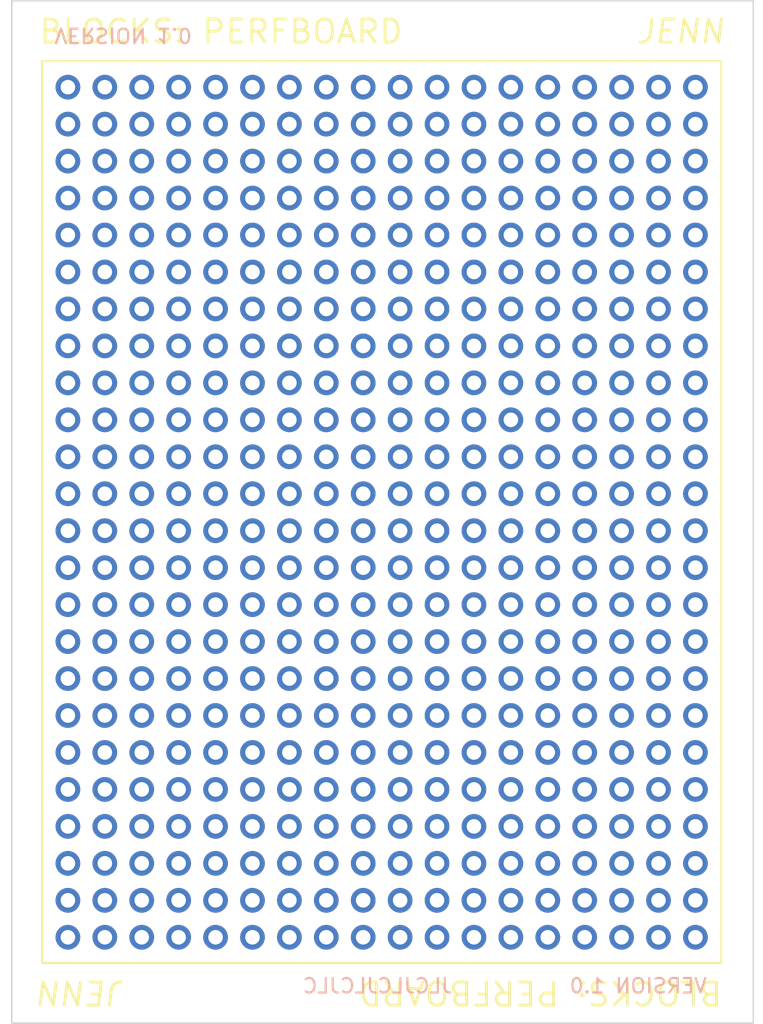
<source format=kicad_pcb>
(kicad_pcb (version 20211014) (generator pcbnew)
  (layers (0 "F.Cu" signal) (31 "B.Cu" signal) (34 "B.Paste" user) (35 "F.Paste" user) (36 "B.SilkS" user "B.Silkscreen") (37 "F.SilkS" user "F.Silkscreen") (38 "B.Mask" user) (39 "F.Mask" user) (44 "Edge.Cuts" user))
  (net 0 "")
  (footprint "A_Personal:Stripboard_1x24_P2.54mm_Vertical" (layer "F.Cu") (at 132.08 50.81)
    (fp_text reference "J15" hide)
    (fp_text value "Conn_01x24")
    (pad "1" thru_hole circle (at 0 0) (size 1.7 1.7) (drill 1) (layers *.Cu *.Mask))
    (pad "2" thru_hole oval (at 0 2.54) (size 1.7 1.7) (drill 1) (layers *.Cu *.Mask))
    (pad "3" thru_hole oval (at 0 5.08) (size 1.7 1.7) (drill 1) (layers *.Cu *.Mask))
    (pad "4" thru_hole oval (at 0 7.62) (size 1.7 1.7) (drill 1) (layers *.Cu *.Mask))
    (pad "5" thru_hole oval (at 0 10.16) (size 1.7 1.7) (drill 1) (layers *.Cu *.Mask))
    (pad "6" thru_hole oval (at 0 12.7) (size 1.7 1.7) (drill 1) (layers *.Cu *.Mask))
    (pad "7" thru_hole oval (at 0 15.24) (size 1.7 1.7) (drill 1) (layers *.Cu *.Mask))
    (pad "8" thru_hole oval (at 0 17.78) (size 1.7 1.7) (drill 1) (layers *.Cu *.Mask))
    (pad "9" thru_hole oval (at 0 20.32) (size 1.7 1.7) (drill 1) (layers *.Cu *.Mask))
    (pad "10" thru_hole oval (at 0 22.86) (size 1.7 1.7) (drill 1) (layers *.Cu *.Mask))
    (pad "11" thru_hole oval (at 0 25.4) (size 1.7 1.7) (drill 1) (layers *.Cu *.Mask))
    (pad "12" thru_hole oval (at 0 27.94) (size 1.7 1.7) (drill 1) (layers *.Cu *.Mask))
    (pad "13" thru_hole oval (at 0 30.48) (size 1.7 1.7) (drill 1) (layers *.Cu *.Mask))
    (pad "14" thru_hole oval (at 0 33.02) (size 1.7 1.7) (drill 1) (layers *.Cu *.Mask))
    (pad "15" thru_hole oval (at 0 35.56) (size 1.7 1.7) (drill 1) (layers *.Cu *.Mask))
    (pad "16" thru_hole oval (at 0 38.1) (size 1.7 1.7) (drill 1) (layers *.Cu *.Mask))
    (pad "17" thru_hole oval (at 0 40.64) (size 1.7 1.7) (drill 1) (layers *.Cu *.Mask))
    (pad "18" thru_hole oval (at 0 43.18) (size 1.7 1.7) (drill 1) (layers *.Cu *.Mask))
    (pad "19" thru_hole oval (at 0 45.72) (size 1.7 1.7) (drill 1) (layers *.Cu *.Mask))
    (pad "20" thru_hole oval (at 0 48.26) (size 1.7 1.7) (drill 1) (layers *.Cu *.Mask))
    (pad "21" thru_hole oval (at 0 50.8) (size 1.7 1.7) (drill 1) (layers *.Cu *.Mask))
    (pad "22" thru_hole oval (at 0 53.34) (size 1.7 1.7) (drill 1) (layers *.Cu *.Mask))
    (pad "23" thru_hole oval (at 0 55.88) (size 1.7 1.7) (drill 1) (layers *.Cu *.Mask))
    (pad "24" thru_hole oval (at 0 58.42) (size 1.7 1.7) (drill 1) (layers *.Cu *.Mask))
  )
  (footprint "A_Personal:Stripboard_1x24_P2.54mm_Vertical" (layer "F.Cu") (at 160.02 50.81)
    (fp_text reference "J4" hide)
    (fp_text value "Conn_01x24")
    (pad "1" thru_hole circle (at 0 0) (size 1.7 1.7) (drill 1) (layers *.Cu *.Mask))
    (pad "2" thru_hole oval (at 0 2.54) (size 1.7 1.7) (drill 1) (layers *.Cu *.Mask))
    (pad "3" thru_hole oval (at 0 5.08) (size 1.7 1.7) (drill 1) (layers *.Cu *.Mask))
    (pad "4" thru_hole oval (at 0 7.62) (size 1.7 1.7) (drill 1) (layers *.Cu *.Mask))
    (pad "5" thru_hole oval (at 0 10.16) (size 1.7 1.7) (drill 1) (layers *.Cu *.Mask))
    (pad "6" thru_hole oval (at 0 12.7) (size 1.7 1.7) (drill 1) (layers *.Cu *.Mask))
    (pad "7" thru_hole oval (at 0 15.24) (size 1.7 1.7) (drill 1) (layers *.Cu *.Mask))
    (pad "8" thru_hole oval (at 0 17.78) (size 1.7 1.7) (drill 1) (layers *.Cu *.Mask))
    (pad "9" thru_hole oval (at 0 20.32) (size 1.7 1.7) (drill 1) (layers *.Cu *.Mask))
    (pad "10" thru_hole oval (at 0 22.86) (size 1.7 1.7) (drill 1) (layers *.Cu *.Mask))
    (pad "11" thru_hole oval (at 0 25.4) (size 1.7 1.7) (drill 1) (layers *.Cu *.Mask))
    (pad "12" thru_hole oval (at 0 27.94) (size 1.7 1.7) (drill 1) (layers *.Cu *.Mask))
    (pad "13" thru_hole oval (at 0 30.48) (size 1.7 1.7) (drill 1) (layers *.Cu *.Mask))
    (pad "14" thru_hole oval (at 0 33.02) (size 1.7 1.7) (drill 1) (layers *.Cu *.Mask))
    (pad "15" thru_hole oval (at 0 35.56) (size 1.7 1.7) (drill 1) (layers *.Cu *.Mask))
    (pad "16" thru_hole oval (at 0 38.1) (size 1.7 1.7) (drill 1) (layers *.Cu *.Mask))
    (pad "17" thru_hole oval (at 0 40.64) (size 1.7 1.7) (drill 1) (layers *.Cu *.Mask))
    (pad "18" thru_hole oval (at 0 43.18) (size 1.7 1.7) (drill 1) (layers *.Cu *.Mask))
    (pad "19" thru_hole oval (at 0 45.72) (size 1.7 1.7) (drill 1) (layers *.Cu *.Mask))
    (pad "20" thru_hole oval (at 0 48.26) (size 1.7 1.7) (drill 1) (layers *.Cu *.Mask))
    (pad "21" thru_hole oval (at 0 50.8) (size 1.7 1.7) (drill 1) (layers *.Cu *.Mask))
    (pad "22" thru_hole oval (at 0 53.34) (size 1.7 1.7) (drill 1) (layers *.Cu *.Mask))
    (pad "23" thru_hole oval (at 0 55.88) (size 1.7 1.7) (drill 1) (layers *.Cu *.Mask))
    (pad "24" thru_hole oval (at 0 58.42) (size 1.7 1.7) (drill 1) (layers *.Cu *.Mask))
  )
  (footprint "A_Personal:Stripboard_1x24_P2.54mm_Vertical" (layer "F.Cu") (at 134.62 50.81)
    (fp_text reference "J14" hide)
    (fp_text value "Conn_01x24")
    (pad "1" thru_hole circle (at 0 0) (size 1.7 1.7) (drill 1) (layers *.Cu *.Mask))
    (pad "2" thru_hole oval (at 0 2.54) (size 1.7 1.7) (drill 1) (layers *.Cu *.Mask))
    (pad "3" thru_hole oval (at 0 5.08) (size 1.7 1.7) (drill 1) (layers *.Cu *.Mask))
    (pad "4" thru_hole oval (at 0 7.62) (size 1.7 1.7) (drill 1) (layers *.Cu *.Mask))
    (pad "5" thru_hole oval (at 0 10.16) (size 1.7 1.7) (drill 1) (layers *.Cu *.Mask))
    (pad "6" thru_hole oval (at 0 12.7) (size 1.7 1.7) (drill 1) (layers *.Cu *.Mask))
    (pad "7" thru_hole oval (at 0 15.24) (size 1.7 1.7) (drill 1) (layers *.Cu *.Mask))
    (pad "8" thru_hole oval (at 0 17.78) (size 1.7 1.7) (drill 1) (layers *.Cu *.Mask))
    (pad "9" thru_hole oval (at 0 20.32) (size 1.7 1.7) (drill 1) (layers *.Cu *.Mask))
    (pad "10" thru_hole oval (at 0 22.86) (size 1.7 1.7) (drill 1) (layers *.Cu *.Mask))
    (pad "11" thru_hole oval (at 0 25.4) (size 1.7 1.7) (drill 1) (layers *.Cu *.Mask))
    (pad "12" thru_hole oval (at 0 27.94) (size 1.7 1.7) (drill 1) (layers *.Cu *.Mask))
    (pad "13" thru_hole oval (at 0 30.48) (size 1.7 1.7) (drill 1) (layers *.Cu *.Mask))
    (pad "14" thru_hole oval (at 0 33.02) (size 1.7 1.7) (drill 1) (layers *.Cu *.Mask))
    (pad "15" thru_hole oval (at 0 35.56) (size 1.7 1.7) (drill 1) (layers *.Cu *.Mask))
    (pad "16" thru_hole oval (at 0 38.1) (size 1.7 1.7) (drill 1) (layers *.Cu *.Mask))
    (pad "17" thru_hole oval (at 0 40.64) (size 1.7 1.7) (drill 1) (layers *.Cu *.Mask))
    (pad "18" thru_hole oval (at 0 43.18) (size 1.7 1.7) (drill 1) (layers *.Cu *.Mask))
    (pad "19" thru_hole oval (at 0 45.72) (size 1.7 1.7) (drill 1) (layers *.Cu *.Mask))
    (pad "20" thru_hole oval (at 0 48.26) (size 1.7 1.7) (drill 1) (layers *.Cu *.Mask))
    (pad "21" thru_hole oval (at 0 50.8) (size 1.7 1.7) (drill 1) (layers *.Cu *.Mask))
    (pad "22" thru_hole oval (at 0 53.34) (size 1.7 1.7) (drill 1) (layers *.Cu *.Mask))
    (pad "23" thru_hole oval (at 0 55.88) (size 1.7 1.7) (drill 1) (layers *.Cu *.Mask))
    (pad "24" thru_hole oval (at 0 58.42) (size 1.7 1.7) (drill 1) (layers *.Cu *.Mask))
  )
  (footprint "A_Personal:Stripboard_1x24_P2.54mm_Vertical" (layer "F.Cu") (at 157.48 50.81)
    (fp_text reference "J5" hide)
    (fp_text value "Conn_01x24")
    (pad "1" thru_hole circle (at 0 0) (size 1.7 1.7) (drill 1) (layers *.Cu *.Mask))
    (pad "2" thru_hole oval (at 0 2.54) (size 1.7 1.7) (drill 1) (layers *.Cu *.Mask))
    (pad "3" thru_hole oval (at 0 5.08) (size 1.7 1.7) (drill 1) (layers *.Cu *.Mask))
    (pad "4" thru_hole oval (at 0 7.62) (size 1.7 1.7) (drill 1) (layers *.Cu *.Mask))
    (pad "5" thru_hole oval (at 0 10.16) (size 1.7 1.7) (drill 1) (layers *.Cu *.Mask))
    (pad "6" thru_hole oval (at 0 12.7) (size 1.7 1.7) (drill 1) (layers *.Cu *.Mask))
    (pad "7" thru_hole oval (at 0 15.24) (size 1.7 1.7) (drill 1) (layers *.Cu *.Mask))
    (pad "8" thru_hole oval (at 0 17.78) (size 1.7 1.7) (drill 1) (layers *.Cu *.Mask))
    (pad "9" thru_hole oval (at 0 20.32) (size 1.7 1.7) (drill 1) (layers *.Cu *.Mask))
    (pad "10" thru_hole oval (at 0 22.86) (size 1.7 1.7) (drill 1) (layers *.Cu *.Mask))
    (pad "11" thru_hole oval (at 0 25.4) (size 1.7 1.7) (drill 1) (layers *.Cu *.Mask))
    (pad "12" thru_hole oval (at 0 27.94) (size 1.7 1.7) (drill 1) (layers *.Cu *.Mask))
    (pad "13" thru_hole oval (at 0 30.48) (size 1.7 1.7) (drill 1) (layers *.Cu *.Mask))
    (pad "14" thru_hole oval (at 0 33.02) (size 1.7 1.7) (drill 1) (layers *.Cu *.Mask))
    (pad "15" thru_hole oval (at 0 35.56) (size 1.7 1.7) (drill 1) (layers *.Cu *.Mask))
    (pad "16" thru_hole oval (at 0 38.1) (size 1.7 1.7) (drill 1) (layers *.Cu *.Mask))
    (pad "17" thru_hole oval (at 0 40.64) (size 1.7 1.7) (drill 1) (layers *.Cu *.Mask))
    (pad "18" thru_hole oval (at 0 43.18) (size 1.7 1.7) (drill 1) (layers *.Cu *.Mask))
    (pad "19" thru_hole oval (at 0 45.72) (size 1.7 1.7) (drill 1) (layers *.Cu *.Mask))
    (pad "20" thru_hole oval (at 0 48.26) (size 1.7 1.7) (drill 1) (layers *.Cu *.Mask))
    (pad "21" thru_hole oval (at 0 50.8) (size 1.7 1.7) (drill 1) (layers *.Cu *.Mask))
    (pad "22" thru_hole oval (at 0 53.34) (size 1.7 1.7) (drill 1) (layers *.Cu *.Mask))
    (pad "23" thru_hole oval (at 0 55.88) (size 1.7 1.7) (drill 1) (layers *.Cu *.Mask))
    (pad "24" thru_hole oval (at 0 58.42) (size 1.7 1.7) (drill 1) (layers *.Cu *.Mask))
  )
  (footprint "A_Personal:Stripboard_1x24_P2.54mm_Vertical" (layer "F.Cu") (at 124.46 50.81)
    (fp_text reference "J18" hide)
    (fp_text value "Conn_01x24")
    (pad "1" thru_hole circle (at 0 0) (size 1.7 1.7) (drill 1) (layers *.Cu *.Mask))
    (pad "2" thru_hole oval (at 0 2.54) (size 1.7 1.7) (drill 1) (layers *.Cu *.Mask))
    (pad "3" thru_hole oval (at 0 5.08) (size 1.7 1.7) (drill 1) (layers *.Cu *.Mask))
    (pad "4" thru_hole oval (at 0 7.62) (size 1.7 1.7) (drill 1) (layers *.Cu *.Mask))
    (pad "5" thru_hole oval (at 0 10.16) (size 1.7 1.7) (drill 1) (layers *.Cu *.Mask))
    (pad "6" thru_hole oval (at 0 12.7) (size 1.7 1.7) (drill 1) (layers *.Cu *.Mask))
    (pad "7" thru_hole oval (at 0 15.24) (size 1.7 1.7) (drill 1) (layers *.Cu *.Mask))
    (pad "8" thru_hole oval (at 0 17.78) (size 1.7 1.7) (drill 1) (layers *.Cu *.Mask))
    (pad "9" thru_hole oval (at 0 20.32) (size 1.7 1.7) (drill 1) (layers *.Cu *.Mask))
    (pad "10" thru_hole oval (at 0 22.86) (size 1.7 1.7) (drill 1) (layers *.Cu *.Mask))
    (pad "11" thru_hole oval (at 0 25.4) (size 1.7 1.7) (drill 1) (layers *.Cu *.Mask))
    (pad "12" thru_hole oval (at 0 27.94) (size 1.7 1.7) (drill 1) (layers *.Cu *.Mask))
    (pad "13" thru_hole oval (at 0 30.48) (size 1.7 1.7) (drill 1) (layers *.Cu *.Mask))
    (pad "14" thru_hole oval (at 0 33.02) (size 1.7 1.7) (drill 1) (layers *.Cu *.Mask))
    (pad "15" thru_hole oval (at 0 35.56) (size 1.7 1.7) (drill 1) (layers *.Cu *.Mask))
    (pad "16" thru_hole oval (at 0 38.1) (size 1.7 1.7) (drill 1) (layers *.Cu *.Mask))
    (pad "17" thru_hole oval (at 0 40.64) (size 1.7 1.7) (drill 1) (layers *.Cu *.Mask))
    (pad "18" thru_hole oval (at 0 43.18) (size 1.7 1.7) (drill 1) (layers *.Cu *.Mask))
    (pad "19" thru_hole oval (at 0 45.72) (size 1.7 1.7) (drill 1) (layers *.Cu *.Mask))
    (pad "20" thru_hole oval (at 0 48.26) (size 1.7 1.7) (drill 1) (layers *.Cu *.Mask))
    (pad "21" thru_hole oval (at 0 50.8) (size 1.7 1.7) (drill 1) (layers *.Cu *.Mask))
    (pad "22" thru_hole oval (at 0 53.34) (size 1.7 1.7) (drill 1) (layers *.Cu *.Mask))
    (pad "23" thru_hole oval (at 0 55.88) (size 1.7 1.7) (drill 1) (layers *.Cu *.Mask))
    (pad "24" thru_hole oval (at 0 58.42) (size 1.7 1.7) (drill 1) (layers *.Cu *.Mask))
  )
  (footprint "A_Personal:Stripboard_1x24_P2.54mm_Vertical" (layer "F.Cu") (at 149.86 50.81)
    (fp_text reference "J8" hide)
    (fp_text value "Conn_01x24")
    (pad "1" thru_hole circle (at 0 0) (size 1.7 1.7) (drill 1) (layers *.Cu *.Mask))
    (pad "2" thru_hole oval (at 0 2.54) (size 1.7 1.7) (drill 1) (layers *.Cu *.Mask))
    (pad "3" thru_hole oval (at 0 5.08) (size 1.7 1.7) (drill 1) (layers *.Cu *.Mask))
    (pad "4" thru_hole oval (at 0 7.62) (size 1.7 1.7) (drill 1) (layers *.Cu *.Mask))
    (pad "5" thru_hole oval (at 0 10.16) (size 1.7 1.7) (drill 1) (layers *.Cu *.Mask))
    (pad "6" thru_hole oval (at 0 12.7) (size 1.7 1.7) (drill 1) (layers *.Cu *.Mask))
    (pad "7" thru_hole oval (at 0 15.24) (size 1.7 1.7) (drill 1) (layers *.Cu *.Mask))
    (pad "8" thru_hole oval (at 0 17.78) (size 1.7 1.7) (drill 1) (layers *.Cu *.Mask))
    (pad "9" thru_hole oval (at 0 20.32) (size 1.7 1.7) (drill 1) (layers *.Cu *.Mask))
    (pad "10" thru_hole oval (at 0 22.86) (size 1.7 1.7) (drill 1) (layers *.Cu *.Mask))
    (pad "11" thru_hole oval (at 0 25.4) (size 1.7 1.7) (drill 1) (layers *.Cu *.Mask))
    (pad "12" thru_hole oval (at 0 27.94) (size 1.7 1.7) (drill 1) (layers *.Cu *.Mask))
    (pad "13" thru_hole oval (at 0 30.48) (size 1.7 1.7) (drill 1) (layers *.Cu *.Mask))
    (pad "14" thru_hole oval (at 0 33.02) (size 1.7 1.7) (drill 1) (layers *.Cu *.Mask))
    (pad "15" thru_hole oval (at 0 35.56) (size 1.7 1.7) (drill 1) (layers *.Cu *.Mask))
    (pad "16" thru_hole oval (at 0 38.1) (size 1.7 1.7) (drill 1) (layers *.Cu *.Mask))
    (pad "17" thru_hole oval (at 0 40.64) (size 1.7 1.7) (drill 1) (layers *.Cu *.Mask))
    (pad "18" thru_hole oval (at 0 43.18) (size 1.7 1.7) (drill 1) (layers *.Cu *.Mask))
    (pad "19" thru_hole oval (at 0 45.72) (size 1.7 1.7) (drill 1) (layers *.Cu *.Mask))
    (pad "20" thru_hole oval (at 0 48.26) (size 1.7 1.7) (drill 1) (layers *.Cu *.Mask))
    (pad "21" thru_hole oval (at 0 50.8) (size 1.7 1.7) (drill 1) (layers *.Cu *.Mask))
    (pad "22" thru_hole oval (at 0 53.34) (size 1.7 1.7) (drill 1) (layers *.Cu *.Mask))
    (pad "23" thru_hole oval (at 0 55.88) (size 1.7 1.7) (drill 1) (layers *.Cu *.Mask))
    (pad "24" thru_hole oval (at 0 58.42) (size 1.7 1.7) (drill 1) (layers *.Cu *.Mask))
  )
  (footprint "A_Personal:Stripboard_1x24_P2.54mm_Vertical" (layer "F.Cu") (at 129.54 50.81)
    (fp_text reference "J16" hide)
    (fp_text value "Conn_01x24")
    (pad "1" thru_hole circle (at 0 0) (size 1.7 1.7) (drill 1) (layers *.Cu *.Mask))
    (pad "2" thru_hole oval (at 0 2.54) (size 1.7 1.7) (drill 1) (layers *.Cu *.Mask))
    (pad "3" thru_hole oval (at 0 5.08) (size 1.7 1.7) (drill 1) (layers *.Cu *.Mask))
    (pad "4" thru_hole oval (at 0 7.62) (size 1.7 1.7) (drill 1) (layers *.Cu *.Mask))
    (pad "5" thru_hole oval (at 0 10.16) (size 1.7 1.7) (drill 1) (layers *.Cu *.Mask))
    (pad "6" thru_hole oval (at 0 12.7) (size 1.7 1.7) (drill 1) (layers *.Cu *.Mask))
    (pad "7" thru_hole oval (at 0 15.24) (size 1.7 1.7) (drill 1) (layers *.Cu *.Mask))
    (pad "8" thru_hole oval (at 0 17.78) (size 1.7 1.7) (drill 1) (layers *.Cu *.Mask))
    (pad "9" thru_hole oval (at 0 20.32) (size 1.7 1.7) (drill 1) (layers *.Cu *.Mask))
    (pad "10" thru_hole oval (at 0 22.86) (size 1.7 1.7) (drill 1) (layers *.Cu *.Mask))
    (pad "11" thru_hole oval (at 0 25.4) (size 1.7 1.7) (drill 1) (layers *.Cu *.Mask))
    (pad "12" thru_hole oval (at 0 27.94) (size 1.7 1.7) (drill 1) (layers *.Cu *.Mask))
    (pad "13" thru_hole oval (at 0 30.48) (size 1.7 1.7) (drill 1) (layers *.Cu *.Mask))
    (pad "14" thru_hole oval (at 0 33.02) (size 1.7 1.7) (drill 1) (layers *.Cu *.Mask))
    (pad "15" thru_hole oval (at 0 35.56) (size 1.7 1.7) (drill 1) (layers *.Cu *.Mask))
    (pad "16" thru_hole oval (at 0 38.1) (size 1.7 1.7) (drill 1) (layers *.Cu *.Mask))
    (pad "17" thru_hole oval (at 0 40.64) (size 1.7 1.7) (drill 1) (layers *.Cu *.Mask))
    (pad "18" thru_hole oval (at 0 43.18) (size 1.7 1.7) (drill 1) (layers *.Cu *.Mask))
    (pad "19" thru_hole oval (at 0 45.72) (size 1.7 1.7) (drill 1) (layers *.Cu *.Mask))
    (pad "20" thru_hole oval (at 0 48.26) (size 1.7 1.7) (drill 1) (layers *.Cu *.Mask))
    (pad "21" thru_hole oval (at 0 50.8) (size 1.7 1.7) (drill 1) (layers *.Cu *.Mask))
    (pad "22" thru_hole oval (at 0 53.34) (size 1.7 1.7) (drill 1) (layers *.Cu *.Mask))
    (pad "23" thru_hole oval (at 0 55.88) (size 1.7 1.7) (drill 1) (layers *.Cu *.Mask))
    (pad "24" thru_hole oval (at 0 58.42) (size 1.7 1.7) (drill 1) (layers *.Cu *.Mask))
  )
  (footprint "A_Personal:Stripboard_1x24_P2.54mm_Vertical" (layer "F.Cu") (at 162.56 50.81)
    (fp_text reference "J3" hide)
    (fp_text value "Conn_01x24")
    (pad "1" thru_hole circle (at 0 0) (size 1.7 1.7) (drill 1) (layers *.Cu *.Mask))
    (pad "2" thru_hole oval (at 0 2.54) (size 1.7 1.7) (drill 1) (layers *.Cu *.Mask))
    (pad "3" thru_hole oval (at 0 5.08) (size 1.7 1.7) (drill 1) (layers *.Cu *.Mask))
    (pad "4" thru_hole oval (at 0 7.62) (size 1.7 1.7) (drill 1) (layers *.Cu *.Mask))
    (pad "5" thru_hole oval (at 0 10.16) (size 1.7 1.7) (drill 1) (layers *.Cu *.Mask))
    (pad "6" thru_hole oval (at 0 12.7) (size 1.7 1.7) (drill 1) (layers *.Cu *.Mask))
    (pad "7" thru_hole oval (at 0 15.24) (size 1.7 1.7) (drill 1) (layers *.Cu *.Mask))
    (pad "8" thru_hole oval (at 0 17.78) (size 1.7 1.7) (drill 1) (layers *.Cu *.Mask))
    (pad "9" thru_hole oval (at 0 20.32) (size 1.7 1.7) (drill 1) (layers *.Cu *.Mask))
    (pad "10" thru_hole oval (at 0 22.86) (size 1.7 1.7) (drill 1) (layers *.Cu *.Mask))
    (pad "11" thru_hole oval (at 0 25.4) (size 1.7 1.7) (drill 1) (layers *.Cu *.Mask))
    (pad "12" thru_hole oval (at 0 27.94) (size 1.7 1.7) (drill 1) (layers *.Cu *.Mask))
    (pad "13" thru_hole oval (at 0 30.48) (size 1.7 1.7) (drill 1) (layers *.Cu *.Mask))
    (pad "14" thru_hole oval (at 0 33.02) (size 1.7 1.7) (drill 1) (layers *.Cu *.Mask))
    (pad "15" thru_hole oval (at 0 35.56) (size 1.7 1.7) (drill 1) (layers *.Cu *.Mask))
    (pad "16" thru_hole oval (at 0 38.1) (size 1.7 1.7) (drill 1) (layers *.Cu *.Mask))
    (pad "17" thru_hole oval (at 0 40.64) (size 1.7 1.7) (drill 1) (layers *.Cu *.Mask))
    (pad "18" thru_hole oval (at 0 43.18) (size 1.7 1.7) (drill 1) (layers *.Cu *.Mask))
    (pad "19" thru_hole oval (at 0 45.72) (size 1.7 1.7) (drill 1) (layers *.Cu *.Mask))
    (pad "20" thru_hole oval (at 0 48.26) (size 1.7 1.7) (drill 1) (layers *.Cu *.Mask))
    (pad "21" thru_hole oval (at 0 50.8) (size 1.7 1.7) (drill 1) (layers *.Cu *.Mask))
    (pad "22" thru_hole oval (at 0 53.34) (size 1.7 1.7) (drill 1) (layers *.Cu *.Mask))
    (pad "23" thru_hole oval (at 0 55.88) (size 1.7 1.7) (drill 1) (layers *.Cu *.Mask))
    (pad "24" thru_hole oval (at 0 58.42) (size 1.7 1.7) (drill 1) (layers *.Cu *.Mask))
  )
  (footprint "A_Personal:Stripboard_1x24_P2.54mm_Vertical" (layer "F.Cu") (at 152.4 50.81)
    (fp_text reference "J7" hide)
    (fp_text value "Conn_01x24")
    (pad "1" thru_hole circle (at 0 0) (size 1.7 1.7) (drill 1) (layers *.Cu *.Mask))
    (pad "2" thru_hole oval (at 0 2.54) (size 1.7 1.7) (drill 1) (layers *.Cu *.Mask))
    (pad "3" thru_hole oval (at 0 5.08) (size 1.7 1.7) (drill 1) (layers *.Cu *.Mask))
    (pad "4" thru_hole oval (at 0 7.62) (size 1.7 1.7) (drill 1) (layers *.Cu *.Mask))
    (pad "5" thru_hole oval (at 0 10.16) (size 1.7 1.7) (drill 1) (layers *.Cu *.Mask))
    (pad "6" thru_hole oval (at 0 12.7) (size 1.7 1.7) (drill 1) (layers *.Cu *.Mask))
    (pad "7" thru_hole oval (at 0 15.24) (size 1.7 1.7) (drill 1) (layers *.Cu *.Mask))
    (pad "8" thru_hole oval (at 0 17.78) (size 1.7 1.7) (drill 1) (layers *.Cu *.Mask))
    (pad "9" thru_hole oval (at 0 20.32) (size 1.7 1.7) (drill 1) (layers *.Cu *.Mask))
    (pad "10" thru_hole oval (at 0 22.86) (size 1.7 1.7) (drill 1) (layers *.Cu *.Mask))
    (pad "11" thru_hole oval (at 0 25.4) (size 1.7 1.7) (drill 1) (layers *.Cu *.Mask))
    (pad "12" thru_hole oval (at 0 27.94) (size 1.7 1.7) (drill 1) (layers *.Cu *.Mask))
    (pad "13" thru_hole oval (at 0 30.48) (size 1.7 1.7) (drill 1) (layers *.Cu *.Mask))
    (pad "14" thru_hole oval (at 0 33.02) (size 1.7 1.7) (drill 1) (layers *.Cu *.Mask))
    (pad "15" thru_hole oval (at 0 35.56) (size 1.7 1.7) (drill 1) (layers *.Cu *.Mask))
    (pad "16" thru_hole oval (at 0 38.1) (size 1.7 1.7) (drill 1) (layers *.Cu *.Mask))
    (pad "17" thru_hole oval (at 0 40.64) (size 1.7 1.7) (drill 1) (layers *.Cu *.Mask))
    (pad "18" thru_hole oval (at 0 43.18) (size 1.7 1.7) (drill 1) (layers *.Cu *.Mask))
    (pad "19" thru_hole oval (at 0 45.72) (size 1.7 1.7) (drill 1) (layers *.Cu *.Mask))
    (pad "20" thru_hole oval (at 0 48.26) (size 1.7 1.7) (drill 1) (layers *.Cu *.Mask))
    (pad "21" thru_hole oval (at 0 50.8) (size 1.7 1.7) (drill 1) (layers *.Cu *.Mask))
    (pad "22" thru_hole oval (at 0 53.34) (size 1.7 1.7) (drill 1) (layers *.Cu *.Mask))
    (pad "23" thru_hole oval (at 0 55.88) (size 1.7 1.7) (drill 1) (layers *.Cu *.Mask))
    (pad "24" thru_hole oval (at 0 58.42) (size 1.7 1.7) (drill 1) (layers *.Cu *.Mask))
  )
  (footprint "A_Personal:Stripboard_1x24_P2.54mm_Vertical" (layer "F.Cu") (at 165.1 50.81)
    (fp_text reference "J2" hide)
    (fp_text value "Conn_01x24")
    (pad "1" thru_hole circle (at 0 0) (size 1.7 1.7) (drill 1) (layers *.Cu *.Mask))
    (pad "2" thru_hole oval (at 0 2.54) (size 1.7 1.7) (drill 1) (layers *.Cu *.Mask))
    (pad "3" thru_hole oval (at 0 5.08) (size 1.7 1.7) (drill 1) (layers *.Cu *.Mask))
    (pad "4" thru_hole oval (at 0 7.62) (size 1.7 1.7) (drill 1) (layers *.Cu *.Mask))
    (pad "5" thru_hole oval (at 0 10.16) (size 1.7 1.7) (drill 1) (layers *.Cu *.Mask))
    (pad "6" thru_hole oval (at 0 12.7) (size 1.7 1.7) (drill 1) (layers *.Cu *.Mask))
    (pad "7" thru_hole oval (at 0 15.24) (size 1.7 1.7) (drill 1) (layers *.Cu *.Mask))
    (pad "8" thru_hole oval (at 0 17.78) (size 1.7 1.7) (drill 1) (layers *.Cu *.Mask))
    (pad "9" thru_hole oval (at 0 20.32) (size 1.7 1.7) (drill 1) (layers *.Cu *.Mask))
    (pad "10" thru_hole oval (at 0 22.86) (size 1.7 1.7) (drill 1) (layers *.Cu *.Mask))
    (pad "11" thru_hole oval (at 0 25.4) (size 1.7 1.7) (drill 1) (layers *.Cu *.Mask))
    (pad "12" thru_hole oval (at 0 27.94) (size 1.7 1.7) (drill 1) (layers *.Cu *.Mask))
    (pad "13" thru_hole oval (at 0 30.48) (size 1.7 1.7) (drill 1) (layers *.Cu *.Mask))
    (pad "14" thru_hole oval (at 0 33.02) (size 1.7 1.7) (drill 1) (layers *.Cu *.Mask))
    (pad "15" thru_hole oval (at 0 35.56) (size 1.7 1.7) (drill 1) (layers *.Cu *.Mask))
    (pad "16" thru_hole oval (at 0 38.1) (size 1.7 1.7) (drill 1) (layers *.Cu *.Mask))
    (pad "17" thru_hole oval (at 0 40.64) (size 1.7 1.7) (drill 1) (layers *.Cu *.Mask))
    (pad "18" thru_hole oval (at 0 43.18) (size 1.7 1.7) (drill 1) (layers *.Cu *.Mask))
    (pad "19" thru_hole oval (at 0 45.72) (size 1.7 1.7) (drill 1) (layers *.Cu *.Mask))
    (pad "20" thru_hole oval (at 0 48.26) (size 1.7 1.7) (drill 1) (layers *.Cu *.Mask))
    (pad "21" thru_hole oval (at 0 50.8) (size 1.7 1.7) (drill 1) (layers *.Cu *.Mask))
    (pad "22" thru_hole oval (at 0 53.34) (size 1.7 1.7) (drill 1) (layers *.Cu *.Mask))
    (pad "23" thru_hole oval (at 0 55.88) (size 1.7 1.7) (drill 1) (layers *.Cu *.Mask))
    (pad "24" thru_hole oval (at 0 58.42) (size 1.7 1.7) (drill 1) (layers *.Cu *.Mask))
  )
  (footprint "A_Personal:Stripboard_1x24_P2.54mm_Vertical" (layer "F.Cu") (at 127 50.81)
    (fp_text reference "J17" hide)
    (fp_text value "Conn_01x24")
    (pad "1" thru_hole circle (at 0 0) (size 1.7 1.7) (drill 1) (layers *.Cu *.Mask))
    (pad "2" thru_hole oval (at 0 2.54) (size 1.7 1.7) (drill 1) (layers *.Cu *.Mask))
    (pad "3" thru_hole oval (at 0 5.08) (size 1.7 1.7) (drill 1) (layers *.Cu *.Mask))
    (pad "4" thru_hole oval (at 0 7.62) (size 1.7 1.7) (drill 1) (layers *.Cu *.Mask))
    (pad "5" thru_hole oval (at 0 10.16) (size 1.7 1.7) (drill 1) (layers *.Cu *.Mask))
    (pad "6" thru_hole oval (at 0 12.7) (size 1.7 1.7) (drill 1) (layers *.Cu *.Mask))
    (pad "7" thru_hole oval (at 0 15.24) (size 1.7 1.7) (drill 1) (layers *.Cu *.Mask))
    (pad "8" thru_hole oval (at 0 17.78) (size 1.7 1.7) (drill 1) (layers *.Cu *.Mask))
    (pad "9" thru_hole oval (at 0 20.32) (size 1.7 1.7) (drill 1) (layers *.Cu *.Mask))
    (pad "10" thru_hole oval (at 0 22.86) (size 1.7 1.7) (drill 1) (layers *.Cu *.Mask))
    (pad "11" thru_hole oval (at 0 25.4) (size 1.7 1.7) (drill 1) (layers *.Cu *.Mask))
    (pad "12" thru_hole oval (at 0 27.94) (size 1.7 1.7) (drill 1) (layers *.Cu *.Mask))
    (pad "13" thru_hole oval (at 0 30.48) (size 1.7 1.7) (drill 1) (layers *.Cu *.Mask))
    (pad "14" thru_hole oval (at 0 33.02) (size 1.7 1.7) (drill 1) (layers *.Cu *.Mask))
    (pad "15" thru_hole oval (at 0 35.56) (size 1.7 1.7) (drill 1) (layers *.Cu *.Mask))
    (pad "16" thru_hole oval (at 0 38.1) (size 1.7 1.7) (drill 1) (layers *.Cu *.Mask))
    (pad "17" thru_hole oval (at 0 40.64) (size 1.7 1.7) (drill 1) (layers *.Cu *.Mask))
    (pad "18" thru_hole oval (at 0 43.18) (size 1.7 1.7) (drill 1) (layers *.Cu *.Mask))
    (pad "19" thru_hole oval (at 0 45.72) (size 1.7 1.7) (drill 1) (layers *.Cu *.Mask))
    (pad "20" thru_hole oval (at 0 48.26) (size 1.7 1.7) (drill 1) (layers *.Cu *.Mask))
    (pad "21" thru_hole oval (at 0 50.8) (size 1.7 1.7) (drill 1) (layers *.Cu *.Mask))
    (pad "22" thru_hole oval (at 0 53.34) (size 1.7 1.7) (drill 1) (layers *.Cu *.Mask))
    (pad "23" thru_hole oval (at 0 55.88) (size 1.7 1.7) (drill 1) (layers *.Cu *.Mask))
    (pad "24" thru_hole oval (at 0 58.42) (size 1.7 1.7) (drill 1) (layers *.Cu *.Mask))
  )
  (footprint "A_Personal:Stripboard_1x24_P2.54mm_Vertical" (layer "F.Cu") (at 147.32 50.81)
    (fp_text reference "J9" hide)
    (fp_text value "Conn_01x24")
    (pad "1" thru_hole circle (at 0 0) (size 1.7 1.7) (drill 1) (layers *.Cu *.Mask))
    (pad "2" thru_hole oval (at 0 2.54) (size 1.7 1.7) (drill 1) (layers *.Cu *.Mask))
    (pad "3" thru_hole oval (at 0 5.08) (size 1.7 1.7) (drill 1) (layers *.Cu *.Mask))
    (pad "4" thru_hole oval (at 0 7.62) (size 1.7 1.7) (drill 1) (layers *.Cu *.Mask))
    (pad "5" thru_hole oval (at 0 10.16) (size 1.7 1.7) (drill 1) (layers *.Cu *.Mask))
    (pad "6" thru_hole oval (at 0 12.7) (size 1.7 1.7) (drill 1) (layers *.Cu *.Mask))
    (pad "7" thru_hole oval (at 0 15.24) (size 1.7 1.7) (drill 1) (layers *.Cu *.Mask))
    (pad "8" thru_hole oval (at 0 17.78) (size 1.7 1.7) (drill 1) (layers *.Cu *.Mask))
    (pad "9" thru_hole oval (at 0 20.32) (size 1.7 1.7) (drill 1) (layers *.Cu *.Mask))
    (pad "10" thru_hole oval (at 0 22.86) (size 1.7 1.7) (drill 1) (layers *.Cu *.Mask))
    (pad "11" thru_hole oval (at 0 25.4) (size 1.7 1.7) (drill 1) (layers *.Cu *.Mask))
    (pad "12" thru_hole oval (at 0 27.94) (size 1.7 1.7) (drill 1) (layers *.Cu *.Mask))
    (pad "13" thru_hole oval (at 0 30.48) (size 1.7 1.7) (drill 1) (layers *.Cu *.Mask))
    (pad "14" thru_hole oval (at 0 33.02) (size 1.7 1.7) (drill 1) (layers *.Cu *.Mask))
    (pad "15" thru_hole oval (at 0 35.56) (size 1.7 1.7) (drill 1) (layers *.Cu *.Mask))
    (pad "16" thru_hole oval (at 0 38.1) (size 1.7 1.7) (drill 1) (layers *.Cu *.Mask))
    (pad "17" thru_hole oval (at 0 40.64) (size 1.7 1.7) (drill 1) (layers *.Cu *.Mask))
    (pad "18" thru_hole oval (at 0 43.18) (size 1.7 1.7) (drill 1) (layers *.Cu *.Mask))
    (pad "19" thru_hole oval (at 0 45.72) (size 1.7 1.7) (drill 1) (layers *.Cu *.Mask))
    (pad "20" thru_hole oval (at 0 48.26) (size 1.7 1.7) (drill 1) (layers *.Cu *.Mask))
    (pad "21" thru_hole oval (at 0 50.8) (size 1.7 1.7) (drill 1) (layers *.Cu *.Mask))
    (pad "22" thru_hole oval (at 0 53.34) (size 1.7 1.7) (drill 1) (layers *.Cu *.Mask))
    (pad "23" thru_hole oval (at 0 55.88) (size 1.7 1.7) (drill 1) (layers *.Cu *.Mask))
    (pad "24" thru_hole oval (at 0 58.42) (size 1.7 1.7) (drill 1) (layers *.Cu *.Mask))
  )
  (footprint "A_Personal:Stripboard_1x24_P2.54mm_Vertical" (layer "F.Cu") (at 144.78 50.81)
    (fp_text reference "J10" hide)
    (fp_text value "Conn_01x24")
    (pad "1" thru_hole circle (at 0 0) (size 1.7 1.7) (drill 1) (layers *.Cu *.Mask))
    (pad "2" thru_hole oval (at 0 2.54) (size 1.7 1.7) (drill 1) (layers *.Cu *.Mask))
    (pad "3" thru_hole oval (at 0 5.08) (size 1.7 1.7) (drill 1) (layers *.Cu *.Mask))
    (pad "4" thru_hole oval (at 0 7.62) (size 1.7 1.7) (drill 1) (layers *.Cu *.Mask))
    (pad "5" thru_hole oval (at 0 10.16) (size 1.7 1.7) (drill 1) (layers *.Cu *.Mask))
    (pad "6" thru_hole oval (at 0 12.7) (size 1.7 1.7) (drill 1) (layers *.Cu *.Mask))
    (pad "7" thru_hole oval (at 0 15.24) (size 1.7 1.7) (drill 1) (layers *.Cu *.Mask))
    (pad "8" thru_hole oval (at 0 17.78) (size 1.7 1.7) (drill 1) (layers *.Cu *.Mask))
    (pad "9" thru_hole oval (at 0 20.32) (size 1.7 1.7) (drill 1) (layers *.Cu *.Mask))
    (pad "10" thru_hole oval (at 0 22.86) (size 1.7 1.7) (drill 1) (layers *.Cu *.Mask))
    (pad "11" thru_hole oval (at 0 25.4) (size 1.7 1.7) (drill 1) (layers *.Cu *.Mask))
    (pad "12" thru_hole oval (at 0 27.94) (size 1.7 1.7) (drill 1) (layers *.Cu *.Mask))
    (pad "13" thru_hole oval (at 0 30.48) (size 1.7 1.7) (drill 1) (layers *.Cu *.Mask))
    (pad "14" thru_hole oval (at 0 33.02) (size 1.7 1.7) (drill 1) (layers *.Cu *.Mask))
    (pad "15" thru_hole oval (at 0 35.56) (size 1.7 1.7) (drill 1) (layers *.Cu *.Mask))
    (pad "16" thru_hole oval (at 0 38.1) (size 1.7 1.7) (drill 1) (layers *.Cu *.Mask))
    (pad "17" thru_hole oval (at 0 40.64) (size 1.7 1.7) (drill 1) (layers *.Cu *.Mask))
    (pad "18" thru_hole oval (at 0 43.18) (size 1.7 1.7) (drill 1) (layers *.Cu *.Mask))
    (pad "19" thru_hole oval (at 0 45.72) (size 1.7 1.7) (drill 1) (layers *.Cu *.Mask))
    (pad "20" thru_hole oval (at 0 48.26) (size 1.7 1.7) (drill 1) (layers *.Cu *.Mask))
    (pad "21" thru_hole oval (at 0 50.8) (size 1.7 1.7) (drill 1) (layers *.Cu *.Mask))
    (pad "22" thru_hole oval (at 0 53.34) (size 1.7 1.7) (drill 1) (layers *.Cu *.Mask))
    (pad "23" thru_hole oval (at 0 55.88) (size 1.7 1.7) (drill 1) (layers *.Cu *.Mask))
    (pad "24" thru_hole oval (at 0 58.42) (size 1.7 1.7) (drill 1) (layers *.Cu *.Mask))
  )
  (footprint "A_Personal:Stripboard_1x24_P2.54mm_Vertical" (layer "F.Cu") (at 139.7 50.81)
    (fp_text reference "J12" hide)
    (fp_text value "Conn_01x24")
    (pad "1" thru_hole circle (at 0 0) (size 1.7 1.7) (drill 1) (layers *.Cu *.Mask))
    (pad "2" thru_hole oval (at 0 2.54) (size 1.7 1.7) (drill 1) (layers *.Cu *.Mask))
    (pad "3" thru_hole oval (at 0 5.08) (size 1.7 1.7) (drill 1) (layers *.Cu *.Mask))
    (pad "4" thru_hole oval (at 0 7.62) (size 1.7 1.7) (drill 1) (layers *.Cu *.Mask))
    (pad "5" thru_hole oval (at 0 10.16) (size 1.7 1.7) (drill 1) (layers *.Cu *.Mask))
    (pad "6" thru_hole oval (at 0 12.7) (size 1.7 1.7) (drill 1) (layers *.Cu *.Mask))
    (pad "7" thru_hole oval (at 0 15.24) (size 1.7 1.7) (drill 1) (layers *.Cu *.Mask))
    (pad "8" thru_hole oval (at 0 17.78) (size 1.7 1.7) (drill 1) (layers *.Cu *.Mask))
    (pad "9" thru_hole oval (at 0 20.32) (size 1.7 1.7) (drill 1) (layers *.Cu *.Mask))
    (pad "10" thru_hole oval (at 0 22.86) (size 1.7 1.7) (drill 1) (layers *.Cu *.Mask))
    (pad "11" thru_hole oval (at 0 25.4) (size 1.7 1.7) (drill 1) (layers *.Cu *.Mask))
    (pad "12" thru_hole oval (at 0 27.94) (size 1.7 1.7) (drill 1) (layers *.Cu *.Mask))
    (pad "13" thru_hole oval (at 0 30.48) (size 1.7 1.7) (drill 1) (layers *.Cu *.Mask))
    (pad "14" thru_hole oval (at 0 33.02) (size 1.7 1.7) (drill 1) (layers *.Cu *.Mask))
    (pad "15" thru_hole oval (at 0 35.56) (size 1.7 1.7) (drill 1) (layers *.Cu *.Mask))
    (pad "16" thru_hole oval (at 0 38.1) (size 1.7 1.7) (drill 1) (layers *.Cu *.Mask))
    (pad "17" thru_hole oval (at 0 40.64) (size 1.7 1.7) (drill 1) (layers *.Cu *.Mask))
    (pad "18" thru_hole oval (at 0 43.18) (size 1.7 1.7) (drill 1) (layers *.Cu *.Mask))
    (pad "19" thru_hole oval (at 0 45.72) (size 1.7 1.7) (drill 1) (layers *.Cu *.Mask))
    (pad "20" thru_hole oval (at 0 48.26) (size 1.7 1.7) (drill 1) (layers *.Cu *.Mask))
    (pad "21" thru_hole oval (at 0 50.8) (size 1.7 1.7) (drill 1) (layers *.Cu *.Mask))
    (pad "22" thru_hole oval (at 0 53.34) (size 1.7 1.7) (drill 1) (layers *.Cu *.Mask))
    (pad "23" thru_hole oval (at 0 55.88) (size 1.7 1.7) (drill 1) (layers *.Cu *.Mask))
    (pad "24" thru_hole oval (at 0 58.42) (size 1.7 1.7) (drill 1) (layers *.Cu *.Mask))
  )
  (footprint "A_Personal:Stripboard_1x24_P2.54mm_Vertical" (layer "F.Cu") (at 137.16 50.81)
    (fp_text reference "J13" hide)
    (fp_text value "Conn_01x24")
    (pad "1" thru_hole circle (at 0 0) (size 1.7 1.7) (drill 1) (layers *.Cu *.Mask))
    (pad "2" thru_hole oval (at 0 2.54) (size 1.7 1.7) (drill 1) (layers *.Cu *.Mask))
    (pad "3" thru_hole oval (at 0 5.08) (size 1.7 1.7) (drill 1) (layers *.Cu *.Mask))
    (pad "4" thru_hole oval (at 0 7.62) (size 1.7 1.7) (drill 1) (layers *.Cu *.Mask))
    (pad "5" thru_hole oval (at 0 10.16) (size 1.7 1.7) (drill 1) (layers *.Cu *.Mask))
    (pad "6" thru_hole oval (at 0 12.7) (size 1.7 1.7) (drill 1) (layers *.Cu *.Mask))
    (pad "7" thru_hole oval (at 0 15.24) (size 1.7 1.7) (drill 1) (layers *.Cu *.Mask))
    (pad "8" thru_hole oval (at 0 17.78) (size 1.7 1.7) (drill 1) (layers *.Cu *.Mask))
    (pad "9" thru_hole oval (at 0 20.32) (size 1.7 1.7) (drill 1) (layers *.Cu *.Mask))
    (pad "10" thru_hole oval (at 0 22.86) (size 1.7 1.7) (drill 1) (layers *.Cu *.Mask))
    (pad "11" thru_hole oval (at 0 25.4) (size 1.7 1.7) (drill 1) (layers *.Cu *.Mask))
    (pad "12" thru_hole oval (at 0 27.94) (size 1.7 1.7) (drill 1) (layers *.Cu *.Mask))
    (pad "13" thru_hole oval (at 0 30.48) (size 1.7 1.7) (drill 1) (layers *.Cu *.Mask))
    (pad "14" thru_hole oval (at 0 33.02) (size 1.7 1.7) (drill 1) (layers *.Cu *.Mask))
    (pad "15" thru_hole oval (at 0 35.56) (size 1.7 1.7) (drill 1) (layers *.Cu *.Mask))
    (pad "16" thru_hole oval (at 0 38.1) (size 1.7 1.7) (drill 1) (layers *.Cu *.Mask))
    (pad "17" thru_hole oval (at 0 40.64) (size 1.7 1.7) (drill 1) (layers *.Cu *.Mask))
    (pad "18" thru_hole oval (at 0 43.18) (size 1.7 1.7) (drill 1) (layers *.Cu *.Mask))
    (pad "19" thru_hole oval (at 0 45.72) (size 1.7 1.7) (drill 1) (layers *.Cu *.Mask))
    (pad "20" thru_hole oval (at 0 48.26) (size 1.7 1.7) (drill 1) (layers *.Cu *.Mask))
    (pad "21" thru_hole oval (at 0 50.8) (size 1.7 1.7) (drill 1) (layers *.Cu *.Mask))
    (pad "22" thru_hole oval (at 0 53.34) (size 1.7 1.7) (drill 1) (layers *.Cu *.Mask))
    (pad "23" thru_hole oval (at 0 55.88) (size 1.7 1.7) (drill 1) (layers *.Cu *.Mask))
    (pad "24" thru_hole oval (at 0 58.42) (size 1.7 1.7) (drill 1) (layers *.Cu *.Mask))
  )
  (footprint "A_Personal:Stripboard_1x24_P2.54mm_Vertical" (layer "F.Cu") (at 154.94 50.81)
    (fp_text reference "J6" hide)
    (fp_text value "Conn_01x24")
    (pad "1" thru_hole circle (at 0 0) (size 1.7 1.7) (drill 1) (layers *.Cu *.Mask))
    (pad "2" thru_hole oval (at 0 2.54) (size 1.7 1.7) (drill 1) (layers *.Cu *.Mask))
    (pad "3" thru_hole oval (at 0 5.08) (size 1.7 1.7) (drill 1) (layers *.Cu *.Mask))
    (pad "4" thru_hole oval (at 0 7.62) (size 1.7 1.7) (drill 1) (layers *.Cu *.Mask))
    (pad "5" thru_hole oval (at 0 10.16) (size 1.7 1.7) (drill 1) (layers *.Cu *.Mask))
    (pad "6" thru_hole oval (at 0 12.7) (size 1.7 1.7) (drill 1) (layers *.Cu *.Mask))
    (pad "7" thru_hole oval (at 0 15.24) (size 1.7 1.7) (drill 1) (layers *.Cu *.Mask))
    (pad "8" thru_hole oval (at 0 17.78) (size 1.7 1.7) (drill 1) (layers *.Cu *.Mask))
    (pad "9" thru_hole oval (at 0 20.32) (size 1.7 1.7) (drill 1) (layers *.Cu *.Mask))
    (pad "10" thru_hole oval (at 0 22.86) (size 1.7 1.7) (drill 1) (layers *.Cu *.Mask))
    (pad "11" thru_hole oval (at 0 25.4) (size 1.7 1.7) (drill 1) (layers *.Cu *.Mask))
    (pad "12" thru_hole oval (at 0 27.94) (size 1.7 1.7) (drill 1) (layers *.Cu *.Mask))
    (pad "13" thru_hole oval (at 0 30.48) (size 1.7 1.7) (drill 1) (layers *.Cu *.Mask))
    (pad "14" thru_hole oval (at 0 33.02) (size 1.7 1.7) (drill 1) (layers *.Cu *.Mask))
    (pad "15" thru_hole oval (at 0 35.56) (size 1.7 1.7) (drill 1) (layers *.Cu *.Mask))
    (pad "16" thru_hole oval (at 0 38.1) (size 1.7 1.7) (drill 1) (layers *.Cu *.Mask))
    (pad "17" thru_hole oval (at 0 40.64) (size 1.7 1.7) (drill 1) (layers *.Cu *.Mask))
    (pad "18" thru_hole oval (at 0 43.18) (size 1.7 1.7) (drill 1) (layers *.Cu *.Mask))
    (pad "19" thru_hole oval (at 0 45.72) (size 1.7 1.7) (drill 1) (layers *.Cu *.Mask))
    (pad "20" thru_hole oval (at 0 48.26) (size 1.7 1.7) (drill 1) (layers *.Cu *.Mask))
    (pad "21" thru_hole oval (at 0 50.8) (size 1.7 1.7) (drill 1) (layers *.Cu *.Mask))
    (pad "22" thru_hole oval (at 0 53.34) (size 1.7 1.7) (drill 1) (layers *.Cu *.Mask))
    (pad "23" thru_hole oval (at 0 55.88) (size 1.7 1.7) (drill 1) (layers *.Cu *.Mask))
    (pad "24" thru_hole oval (at 0 58.42) (size 1.7 1.7) (drill 1) (layers *.Cu *.Mask))
  )
  (footprint "A_Personal:Stripboard_1x24_P2.54mm_Vertical" (layer "F.Cu") (at 167.64 50.81)
    (fp_text reference "J1" hide)
    (fp_text value "Conn_01x24")
    (pad "1" thru_hole circle (at 0 0) (size 1.7 1.7) (drill 1) (layers *.Cu *.Mask))
    (pad "2" thru_hole oval (at 0 2.54) (size 1.7 1.7) (drill 1) (layers *.Cu *.Mask))
    (pad "3" thru_hole oval (at 0 5.08) (size 1.7 1.7) (drill 1) (layers *.Cu *.Mask))
    (pad "4" thru_hole oval (at 0 7.62) (size 1.7 1.7) (drill 1) (layers *.Cu *.Mask))
    (pad "5" thru_hole oval (at 0 10.16) (size 1.7 1.7) (drill 1) (layers *.Cu *.Mask))
    (pad "6" thru_hole oval (at 0 12.7) (size 1.7 1.7) (drill 1) (layers *.Cu *.Mask))
    (pad "7" thru_hole oval (at 0 15.24) (size 1.7 1.7) (drill 1) (layers *.Cu *.Mask))
    (pad "8" thru_hole oval (at 0 17.78) (size 1.7 1.7) (drill 1) (layers *.Cu *.Mask))
    (pad "9" thru_hole oval (at 0 20.32) (size 1.7 1.7) (drill 1) (layers *.Cu *.Mask))
    (pad "10" thru_hole oval (at 0 22.86) (size 1.7 1.7) (drill 1) (layers *.Cu *.Mask))
    (pad "11" thru_hole oval (at 0 25.4) (size 1.7 1.7) (drill 1) (layers *.Cu *.Mask))
    (pad "12" thru_hole oval (at 0 27.94) (size 1.7 1.7) (drill 1) (layers *.Cu *.Mask))
    (pad "13" thru_hole oval (at 0 30.48) (size 1.7 1.7) (drill 1) (layers *.Cu *.Mask))
    (pad "14" thru_hole oval (at 0 33.02) (size 1.7 1.7) (drill 1) (layers *.Cu *.Mask))
    (pad "15" thru_hole oval (at 0 35.56) (size 1.7 1.7) (drill 1) (layers *.Cu *.Mask))
    (pad "16" thru_hole oval (at 0 38.1) (size 1.7 1.7) (drill 1) (layers *.Cu *.Mask))
    (pad "17" thru_hole oval (at 0 40.64) (size 1.7 1.7) (drill 1) (layers *.Cu *.Mask))
    (pad "18" thru_hole oval (at 0 43.18) (size 1.7 1.7) (drill 1) (layers *.Cu *.Mask))
    (pad "19" thru_hole oval (at 0 45.72) (size 1.7 1.7) (drill 1) (layers *.Cu *.Mask))
    (pad "20" thru_hole oval (at 0 48.26) (size 1.7 1.7) (drill 1) (layers *.Cu *.Mask))
    (pad "21" thru_hole oval (at 0 50.8) (size 1.7 1.7) (drill 1) (layers *.Cu *.Mask))
    (pad "22" thru_hole oval (at 0 53.34) (size 1.7 1.7) (drill 1) (layers *.Cu *.Mask))
    (pad "23" thru_hole oval (at 0 55.88) (size 1.7 1.7) (drill 1) (layers *.Cu *.Mask))
    (pad "24" thru_hole oval (at 0 58.42) (size 1.7 1.7) (drill 1) (layers *.Cu *.Mask))
  )
  (footprint "A_Personal:Stripboard_1x24_P2.54mm_Vertical" (layer "F.Cu") (at 142.24 50.81)
    (fp_text reference "J11" hide)
    (fp_text value "Conn_01x24")
    (pad "1" thru_hole circle (at 0 0) (size 1.7 1.7) (drill 1) (layers *.Cu *.Mask))
    (pad "2" thru_hole oval (at 0 2.54) (size 1.7 1.7) (drill 1) (layers *.Cu *.Mask))
    (pad "3" thru_hole oval (at 0 5.08) (size 1.7 1.7) (drill 1) (layers *.Cu *.Mask))
    (pad "4" thru_hole oval (at 0 7.62) (size 1.7 1.7) (drill 1) (layers *.Cu *.Mask))
    (pad "5" thru_hole oval (at 0 10.16) (size 1.7 1.7) (drill 1) (layers *.Cu *.Mask))
    (pad "6" thru_hole oval (at 0 12.7) (size 1.7 1.7) (drill 1) (layers *.Cu *.Mask))
    (pad "7" thru_hole oval (at 0 15.24) (size 1.7 1.7) (drill 1) (layers *.Cu *.Mask))
    (pad "8" thru_hole oval (at 0 17.78) (size 1.7 1.7) (drill 1) (layers *.Cu *.Mask))
    (pad "9" thru_hole oval (at 0 20.32) (size 1.7 1.7) (drill 1) (layers *.Cu *.Mask))
    (pad "10" thru_hole oval (at 0 22.86) (size 1.7 1.7) (drill 1) (layers *.Cu *.Mask))
    (pad "11" thru_hole oval (at 0 25.4) (size 1.7 1.7) (drill 1) (layers *.Cu *.Mask))
    (pad "12" thru_hole oval (at 0 27.94) (size 1.7 1.7) (drill 1) (layers *.Cu *.Mask))
    (pad "13" thru_hole oval (at 0 30.48) (size 1.7 1.7) (drill 1) (layers *.Cu *.Mask))
    (pad "14" thru_hole oval (at 0 33.02) (size 1.7 1.7) (drill 1) (layers *.Cu *.Mask))
    (pad "15" thru_hole oval (at 0 35.56) (size 1.7 1.7) (drill 1) (layers *.Cu *.Mask))
    (pad "16" thru_hole oval (at 0 38.1) (size 1.7 1.7) (drill 1) (layers *.Cu *.Mask))
    (pad "17" thru_hole oval (at 0 40.64) (size 1.7 1.7) (drill 1) (layers *.Cu *.Mask))
    (pad "18" thru_hole oval (at 0 43.18) (size 1.7 1.7) (drill 1) (layers *.Cu *.Mask))
    (pad "19" thru_hole oval (at 0 45.72) (size 1.7 1.7) (drill 1) (layers *.Cu *.Mask))
    (pad "20" thru_hole oval (at 0 48.26) (size 1.7 1.7) (drill 1) (layers *.Cu *.Mask))
    (pad "21" thru_hole oval (at 0 50.8) (size 1.7 1.7) (drill 1) (layers *.Cu *.Mask))
    (pad "22" thru_hole oval (at 0 53.34) (size 1.7 1.7) (drill 1) (layers *.Cu *.Mask))
    (pad "23" thru_hole oval (at 0 55.88) (size 1.7 1.7) (drill 1) (layers *.Cu *.Mask))
    (pad "24" thru_hole oval (at 0 58.42) (size 1.7 1.7) (drill 1) (layers *.Cu *.Mask))
  )
  (gr_rect (start 122.682 49.022) (end 169.418 110.998) (layer "F.SilkS") (width 0.15) (fill none))
  (gr_rect (start 120.59619 44.87) (end 171.62381 115.128521) (layer "Edge.Cuts") (width 0.1) (fill none))
  (gr_text "VERSION 1.0" (at 128.27 47.244 180) (layer "B.SilkS") (effects (font (size 1 1)) (justify mirror)))
  (gr_text "VERSION 1.0" (at 163.703 112.5728) (layer "B.SilkS") (effects (font (size 1 1)) (justify mirror)))
  (gr_text "JLCJLCJLCJLC" (at 145.7706 112.5728) (layer "B.SilkS") (effects (font (size 1 1)) (justify mirror)))
  (gr_text "BLOCKS: PERFBOARD" (at 156.972 113.03 180) (layer "F.SilkS") (effects (font (size 1.59 1.59) (thickness 0.2))))
  (gr_text "JENN" (at 166.624 46.99) (layer "F.SilkS") (effects (font (size 1.59 1.59) (thickness 0.2) italic)))
  (gr_text "BLOCKS: PERFBOARD" (at 135.001 46.99) (layer "F.SilkS") (effects (font (size 1.59 1.59) (thickness 0.2))))
  (gr_text "JENN" (at 125.349 113.03 180) (layer "F.SilkS") (effects (font (size 1.59 1.59) (thickness 0.2) italic)))
)
</source>
